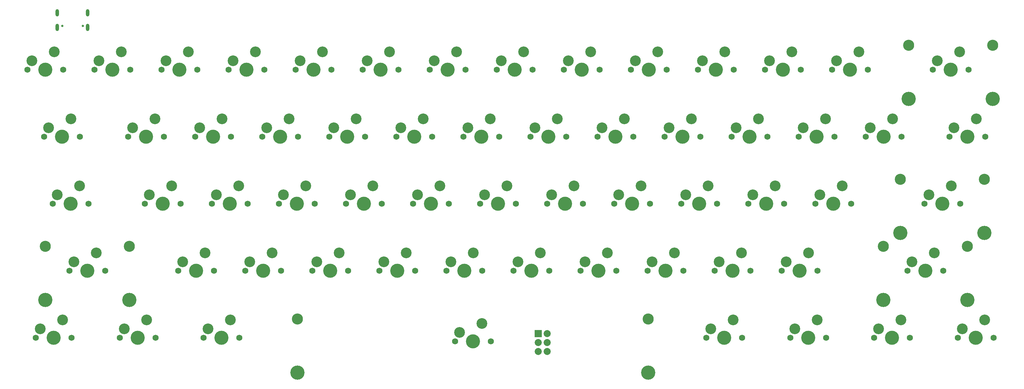
<source format=gbr>
%TF.GenerationSoftware,KiCad,Pcbnew,(6.0.8)*%
%TF.CreationDate,2022-12-31T11:57:47+00:00*%
%TF.ProjectId,USBKB,5553424b-422e-46b6-9963-61645f706362,rev?*%
%TF.SameCoordinates,Original*%
%TF.FileFunction,Soldermask,Bot*%
%TF.FilePolarity,Negative*%
%FSLAX46Y46*%
G04 Gerber Fmt 4.6, Leading zero omitted, Abs format (unit mm)*
G04 Created by KiCad (PCBNEW (6.0.8)) date 2022-12-31 11:57:47*
%MOMM*%
%LPD*%
G01*
G04 APERTURE LIST*
%ADD10C,3.050000*%
%ADD11C,1.750000*%
%ADD12C,4.000000*%
%ADD13C,4.038600*%
%ADD14C,3.150000*%
%ADD15O,1.000000X2.100000*%
%ADD16C,0.650000*%
%ADD17R,2.000000X2.000000*%
%ADD18C,2.000000*%
G04 APERTURE END LIST*
D10*
%TO.C,KSEVEN1*%
X162716180Y-36410000D03*
D11*
X161446180Y-38950000D03*
X171606180Y-38950000D03*
D10*
X169066180Y-33870000D03*
D12*
X166526180Y-38950000D03*
%TD*%
D10*
%TO.C,KBSPACE1*%
X286541005Y-36410000D03*
D12*
X290351005Y-38950000D03*
D13*
X302289005Y-47205000D03*
X278413005Y-47205000D03*
D14*
X302289005Y-31965000D03*
D10*
X292891005Y-33870000D03*
D11*
X295431005Y-38950000D03*
X285271005Y-38950000D03*
D14*
X278413005Y-31965000D03*
%TD*%
D11*
%TO.C,KE1*%
X104930003Y-58000000D03*
D10*
X102390003Y-52920000D03*
D12*
X99850003Y-58000000D03*
D11*
X94770003Y-58000000D03*
D10*
X96040003Y-55460000D03*
%TD*%
%TO.C,KBSLASH1*%
X291302005Y-55460000D03*
X297652005Y-52920000D03*
D11*
X290032005Y-58000000D03*
D12*
X295112005Y-58000000D03*
D11*
X300192005Y-58000000D03*
%TD*%
D10*
%TO.C,KA1*%
X69053005Y-71970000D03*
D11*
X61433005Y-77050000D03*
D12*
X66513005Y-77050000D03*
D11*
X71593005Y-77050000D03*
D10*
X62703005Y-74510000D03*
%TD*%
D14*
%TO.C,KSPACE1*%
X204466505Y-109800000D03*
D10*
X157159005Y-111070000D03*
D14*
X104771505Y-109800000D03*
D11*
X159699005Y-116150000D03*
X149539005Y-116150000D03*
D12*
X154619005Y-116150000D03*
D13*
X104771505Y-125040000D03*
D10*
X150809005Y-113610000D03*
D13*
X204466505Y-125040000D03*
%TD*%
D10*
%TO.C,KC1*%
X116678005Y-91020000D03*
X110328005Y-93560000D03*
D11*
X119218005Y-96100000D03*
D12*
X114138005Y-96100000D03*
D11*
X109058005Y-96100000D03*
%TD*%
D10*
%TO.C,KS1*%
X81753005Y-74510000D03*
X88103005Y-71970000D03*
D12*
X85563005Y-77050000D03*
D11*
X80483005Y-77050000D03*
X90643005Y-77050000D03*
%TD*%
%TO.C,KF1*%
X118583005Y-77050000D03*
D12*
X123663005Y-77050000D03*
D10*
X119853005Y-74510000D03*
X126203005Y-71970000D03*
D11*
X128743005Y-77050000D03*
%TD*%
D10*
%TO.C,KY1*%
X159540000Y-52920000D03*
D11*
X151920000Y-58000000D03*
D10*
X153190000Y-55460000D03*
D12*
X157000000Y-58000000D03*
D11*
X162080000Y-58000000D03*
%TD*%
%TO.C,KCAPS1*%
X35239005Y-77050000D03*
D10*
X36509005Y-74510000D03*
X42859005Y-71970000D03*
D12*
X40319005Y-77050000D03*
D11*
X45399005Y-77050000D03*
%TD*%
D10*
%TO.C,KL1*%
X215103005Y-74510000D03*
D11*
X213833005Y-77050000D03*
D12*
X218913005Y-77050000D03*
D10*
X221453005Y-71970000D03*
D11*
X223993005Y-77050000D03*
%TD*%
%TO.C,KB1*%
X157318005Y-96100000D03*
D10*
X154778005Y-91020000D03*
D12*
X152238005Y-96100000D03*
D11*
X147158005Y-96100000D03*
D10*
X148428005Y-93560000D03*
%TD*%
%TO.C,KEIGHT1*%
X181766205Y-36410000D03*
D11*
X190656205Y-38950000D03*
D10*
X188116205Y-33870000D03*
D11*
X180496205Y-38950000D03*
D12*
X185576205Y-38950000D03*
%TD*%
D10*
%TO.C,KRALT1*%
X228596005Y-110070000D03*
D11*
X220976005Y-115150000D03*
D10*
X222246005Y-112610000D03*
D11*
X231136005Y-115150000D03*
D12*
X226056005Y-115150000D03*
%TD*%
D10*
%TO.C,KU1*%
X178589999Y-52920000D03*
X172239999Y-55460000D03*
D12*
X176049999Y-58000000D03*
D11*
X181129999Y-58000000D03*
X170969999Y-58000000D03*
%TD*%
D15*
%TO.C,U1*%
X45220002Y-22765000D03*
X36580002Y-26945000D03*
X36580002Y-22765000D03*
D16*
X38010002Y-26445000D03*
X43790002Y-26445000D03*
D15*
X45220002Y-26945000D03*
%TD*%
D11*
%TO.C,KJ1*%
X185893005Y-77050000D03*
D10*
X183353005Y-71970000D03*
D11*
X175733005Y-77050000D03*
D12*
X180813005Y-77050000D03*
D10*
X177003005Y-74510000D03*
%TD*%
D11*
%TO.C,KSC1*%
X243043005Y-77050000D03*
D12*
X237963005Y-77050000D03*
D10*
X234153005Y-74510000D03*
X240503005Y-71970000D03*
D11*
X232883005Y-77050000D03*
%TD*%
%TO.C,KRB1*%
X266219994Y-58000000D03*
D12*
X271299994Y-58000000D03*
D10*
X267489994Y-55460000D03*
D11*
X276379994Y-58000000D03*
D10*
X273839994Y-52920000D03*
%TD*%
D11*
%TO.C,KZERO1*%
X218596255Y-38950000D03*
D12*
X223676255Y-38950000D03*
D10*
X226216255Y-33870000D03*
D11*
X228756255Y-38950000D03*
D10*
X219866255Y-36410000D03*
%TD*%
%TO.C,KDASH1*%
X245266280Y-33870000D03*
X238916280Y-36410000D03*
D11*
X247806280Y-38950000D03*
D12*
X242726280Y-38950000D03*
D11*
X237646280Y-38950000D03*
%TD*%
D10*
%TO.C,KLALT1*%
X85722505Y-110070000D03*
D12*
X83182505Y-115150000D03*
D11*
X88262505Y-115150000D03*
X78102505Y-115150000D03*
D10*
X79372505Y-112610000D03*
%TD*%
D12*
%TO.C,KRCTRL1*%
X273681337Y-115150000D03*
D11*
X278761337Y-115150000D03*
D10*
X276221337Y-110070000D03*
D11*
X268601337Y-115150000D03*
D10*
X269871337Y-112610000D03*
%TD*%
D11*
%TO.C,KZ1*%
X70958005Y-96100000D03*
D10*
X78578005Y-91020000D03*
X72228005Y-93560000D03*
D12*
X76038005Y-96100000D03*
D11*
X81118005Y-96100000D03*
%TD*%
D10*
%TO.C,KW1*%
X83340004Y-52920000D03*
D11*
X75720004Y-58000000D03*
X85880004Y-58000000D03*
D10*
X76990004Y-55460000D03*
D12*
X80800004Y-58000000D03*
%TD*%
D10*
%TO.C,KLCTRL1*%
X38097005Y-110070000D03*
X31747005Y-112610000D03*
D12*
X35557005Y-115150000D03*
D11*
X30477005Y-115150000D03*
X40637005Y-115150000D03*
%TD*%
%TO.C,KLS1*%
X40002005Y-96100000D03*
D14*
X57020005Y-89115000D03*
D10*
X47622005Y-91020000D03*
D14*
X33144005Y-89115000D03*
D13*
X33144005Y-104355000D03*
D12*
X45082005Y-96100000D03*
D10*
X41272005Y-93560000D03*
D11*
X50162005Y-96100000D03*
D13*
X57020005Y-104355000D03*
%TD*%
D10*
%TO.C,KFIVE1*%
X124616130Y-36410000D03*
X130966130Y-33870000D03*
D12*
X128426130Y-38950000D03*
D11*
X133506130Y-38950000D03*
X123346130Y-38950000D03*
%TD*%
D12*
%TO.C,KRMETA1*%
X249868671Y-115150000D03*
D11*
X254948671Y-115150000D03*
X244788671Y-115150000D03*
D10*
X246058671Y-112610000D03*
X252408671Y-110070000D03*
%TD*%
D12*
%TO.C,KFOUR1*%
X109376105Y-38950000D03*
D11*
X104296105Y-38950000D03*
D10*
X105566105Y-36410000D03*
D11*
X114456105Y-38950000D03*
D10*
X111916105Y-33870000D03*
%TD*%
D11*
%TO.C,KQ1*%
X66830005Y-58000000D03*
D12*
X61750005Y-58000000D03*
D10*
X57940005Y-55460000D03*
X64290005Y-52920000D03*
D11*
X56670005Y-58000000D03*
%TD*%
D10*
%TO.C,KI1*%
X197639998Y-52920000D03*
D11*
X190019998Y-58000000D03*
D10*
X191289998Y-55460000D03*
D11*
X200179998Y-58000000D03*
D12*
X195099998Y-58000000D03*
%TD*%
D10*
%TO.C,KK1*%
X202403005Y-71970000D03*
X196053005Y-74510000D03*
D12*
X199863005Y-77050000D03*
D11*
X194783005Y-77050000D03*
X204943005Y-77050000D03*
%TD*%
D10*
%TO.C,KLMETA1*%
X55559755Y-112610000D03*
D11*
X64449755Y-115150000D03*
X54289755Y-115150000D03*
D10*
X61909755Y-110070000D03*
D12*
X59369755Y-115150000D03*
%TD*%
D10*
%TO.C,KTWO1*%
X73816055Y-33870000D03*
D11*
X66196055Y-38950000D03*
X76356055Y-38950000D03*
D12*
X71276055Y-38950000D03*
D10*
X67466055Y-36410000D03*
%TD*%
%TO.C,KEQUALS1*%
X264316305Y-33870000D03*
D12*
X261776305Y-38950000D03*
D11*
X266856305Y-38950000D03*
D10*
X257966305Y-36410000D03*
D11*
X256696305Y-38950000D03*
%TD*%
D12*
%TO.C,KONE1*%
X52226030Y-38950000D03*
D11*
X47146030Y-38950000D03*
X57306030Y-38950000D03*
D10*
X54766030Y-33870000D03*
X48416030Y-36410000D03*
%TD*%
D12*
%TO.C,KNINE1*%
X204626230Y-38950000D03*
D10*
X207166230Y-33870000D03*
D11*
X199546230Y-38950000D03*
X209706230Y-38950000D03*
D10*
X200816230Y-36410000D03*
%TD*%
D11*
%TO.C,KAP1*%
X251933005Y-77050000D03*
X262093005Y-77050000D03*
D10*
X259553005Y-71970000D03*
X253203005Y-74510000D03*
D12*
X257013005Y-77050000D03*
%TD*%
%TO.C,KFN1*%
X297494003Y-115150000D03*
D10*
X300034003Y-110070000D03*
X293684003Y-112610000D03*
D11*
X302574003Y-115150000D03*
X292414003Y-115150000D03*
%TD*%
%TO.C,KH1*%
X166843005Y-77050000D03*
X156683005Y-77050000D03*
D10*
X164303005Y-71970000D03*
X157953005Y-74510000D03*
D12*
X161763005Y-77050000D03*
%TD*%
%TO.C,KFSLASH1*%
X247488005Y-96100000D03*
D11*
X242408005Y-96100000D03*
D10*
X250028005Y-91020000D03*
X243678005Y-93560000D03*
D11*
X252568005Y-96100000D03*
%TD*%
D12*
%TO.C,KRS1*%
X283207005Y-96100000D03*
D13*
X271269005Y-104355000D03*
D10*
X279397005Y-93560000D03*
D13*
X295145005Y-104355000D03*
D14*
X295145005Y-89115000D03*
D11*
X288287005Y-96100000D03*
D10*
X285747005Y-91020000D03*
D14*
X271269005Y-89115000D03*
D11*
X278127005Y-96100000D03*
%TD*%
D10*
%TO.C,KO1*%
X210339997Y-55460000D03*
D11*
X209069997Y-58000000D03*
X219229997Y-58000000D03*
D12*
X214149997Y-58000000D03*
D10*
X216689997Y-52920000D03*
%TD*%
%TO.C,KESC1*%
X35716005Y-33870000D03*
X29366005Y-36410000D03*
D12*
X33176005Y-38950000D03*
D11*
X38256005Y-38950000D03*
X28096005Y-38950000D03*
%TD*%
D17*
%TO.C,U2*%
X173230000Y-113960000D03*
D18*
X175770000Y-113960000D03*
X173230000Y-116500000D03*
X175770000Y-116500000D03*
X173230000Y-119040000D03*
X175770000Y-119040000D03*
%TD*%
D10*
%TO.C,KTAB1*%
X40478005Y-52920000D03*
D11*
X32858005Y-58000000D03*
X43018005Y-58000000D03*
D12*
X37938005Y-58000000D03*
D10*
X34128005Y-55460000D03*
%TD*%
D12*
%TO.C,KN1*%
X171288005Y-96100000D03*
D11*
X166208005Y-96100000D03*
X176368005Y-96100000D03*
D10*
X173828005Y-91020000D03*
X167478005Y-93560000D03*
%TD*%
D11*
%TO.C,KCOMMA1*%
X204308005Y-96100000D03*
X214468005Y-96100000D03*
D12*
X209388005Y-96100000D03*
D10*
X211928005Y-91020000D03*
X205578005Y-93560000D03*
%TD*%
D12*
%TO.C,KR1*%
X118900002Y-58000000D03*
D11*
X113820002Y-58000000D03*
D10*
X121440002Y-52920000D03*
X115090002Y-55460000D03*
D11*
X123980002Y-58000000D03*
%TD*%
D12*
%TO.C,KPERIOD1*%
X228438005Y-96100000D03*
D10*
X224628005Y-93560000D03*
X230978005Y-91020000D03*
D11*
X233518005Y-96100000D03*
X223358005Y-96100000D03*
%TD*%
D12*
%TO.C,KG1*%
X142713005Y-77050000D03*
D10*
X145253005Y-71970000D03*
X138903005Y-74510000D03*
D11*
X137633005Y-77050000D03*
X147793005Y-77050000D03*
%TD*%
D10*
%TO.C,KP1*%
X229389996Y-55460000D03*
D11*
X238279996Y-58000000D03*
X228119996Y-58000000D03*
D10*
X235739996Y-52920000D03*
D12*
X233199996Y-58000000D03*
%TD*%
D10*
%TO.C,KM1*%
X192878005Y-91020000D03*
D11*
X185258005Y-96100000D03*
D10*
X186528005Y-93560000D03*
D11*
X195418005Y-96100000D03*
D12*
X190338005Y-96100000D03*
%TD*%
D10*
%TO.C,KSIX1*%
X143666155Y-36410000D03*
D12*
X147476155Y-38950000D03*
D11*
X152556155Y-38950000D03*
D10*
X150016155Y-33870000D03*
D11*
X142396155Y-38950000D03*
%TD*%
D14*
%TO.C,KRETURN1*%
X299907005Y-70065000D03*
D13*
X299907005Y-85305000D03*
D12*
X287969005Y-77050000D03*
D11*
X282889005Y-77050000D03*
D14*
X276031005Y-70065000D03*
D13*
X276031005Y-85305000D03*
D10*
X290509005Y-71970000D03*
X284159005Y-74510000D03*
D11*
X293049005Y-77050000D03*
%TD*%
%TO.C,KTHREE1*%
X85246080Y-38950000D03*
D10*
X92866080Y-33870000D03*
X86516080Y-36410000D03*
D11*
X95406080Y-38950000D03*
D12*
X90326080Y-38950000D03*
%TD*%
D11*
%TO.C,KX1*%
X90008005Y-96100000D03*
D10*
X97628005Y-91020000D03*
X91278005Y-93560000D03*
D11*
X100168005Y-96100000D03*
D12*
X95088005Y-96100000D03*
%TD*%
D10*
%TO.C,KT1*%
X134140001Y-55460000D03*
X140490001Y-52920000D03*
D12*
X137950001Y-58000000D03*
D11*
X143030001Y-58000000D03*
X132870001Y-58000000D03*
%TD*%
%TO.C,KLB1*%
X257329995Y-58000000D03*
D10*
X248439995Y-55460000D03*
X254789995Y-52920000D03*
D11*
X247169995Y-58000000D03*
D12*
X252249995Y-58000000D03*
%TD*%
D10*
%TO.C,KV1*%
X135728005Y-91020000D03*
D12*
X133188005Y-96100000D03*
D11*
X128108005Y-96100000D03*
X138268005Y-96100000D03*
D10*
X129378005Y-93560000D03*
%TD*%
D11*
%TO.C,KD1*%
X99533005Y-77050000D03*
D10*
X107153005Y-71970000D03*
X100803005Y-74510000D03*
D11*
X109693005Y-77050000D03*
D12*
X104613005Y-77050000D03*
%TD*%
M02*

</source>
